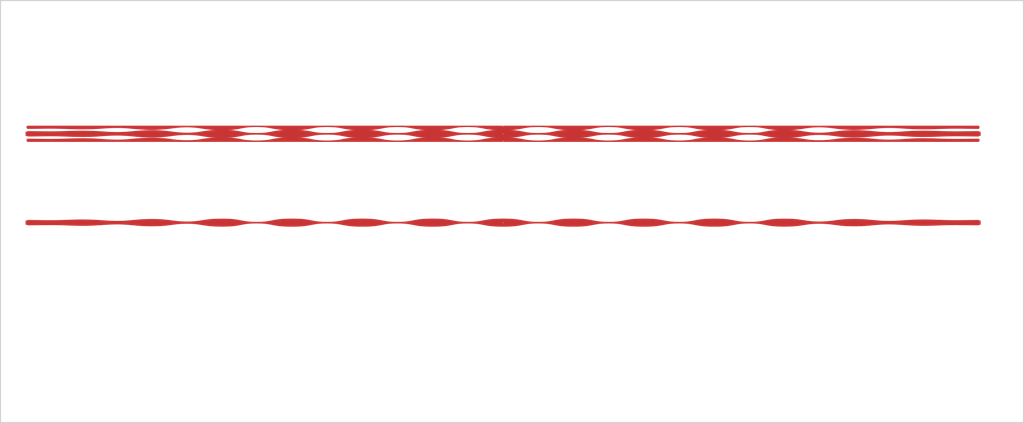
<source format=kicad_pcb>
(kicad_pcb (version 20221018) (generator pcbnew)
  (layers (0 "F.Cu" signal) (31 "B.Cu" signal) (34 "B.Paste" user) (35 "F.Paste" user) (36 "B.SilkS" user "B.Silkscreen") (37 "F.SilkS" user "F.Silkscreen") (38 "B.Mask" user) (39 "F.Mask" user) (44 "Edge.Cuts" user))
  (net 0 "")
  (footprint "POLY" (layer "F.Cu") (at 203.17968 117.21084)
    (fp_text reference "POLY")
    (fp_text value "VAL**")
  )
  (footprint "POLY" (layer "F.Cu") (at 203.18984 121.54408)
    (fp_text reference "POLY")
    (fp_text value "VAL**")
  )
  (footprint "POLY" (layer "F.Cu") (at 203.2 119.38)
    (fp_text reference "POLY")
    (fp_text value "VAL**")
  )
  (footprint "POLY" (layer "F.Cu") (at 203.2 144.78)
    (fp_text reference "POLY")
    (fp_text value "VAL**")
  )
  (gr_line (start 351.79 201.93) (end 59.69 201.93) (stroke (width 0.3048)) (layer "Edge.Cuts"))
  (gr_line (start 59.69 81.28) (end 351.79 81.28) (stroke (width 0.3048)) (layer "Edge.Cuts"))
  (gr_line (start 351.79 81.28) (end 351.79 201.93) (stroke (width 0.3048)) (layer "Edge.Cuts"))
  (gr_line (start 59.69 201.93) (end 59.69 81.28) (stroke (width 0.3048)) (layer "Edge.Cuts"))
)
</source>
